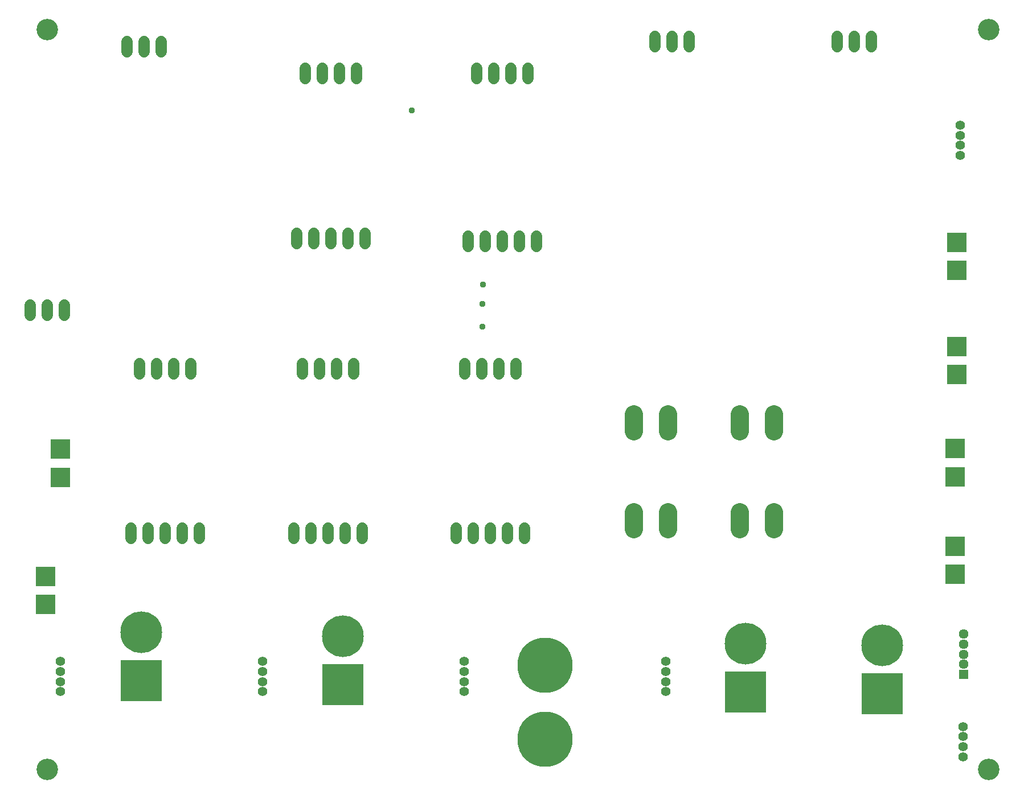
<source format=gbr>
G04 EAGLE Gerber RS-274X export*
G75*
%MOIN*%
%FSLAX34Y34*%
%LPD*%
%INSoldermask Bottom*%
%IPPOS*%
%AMOC8*
5,1,8,0,0,1.08239X$1,22.5*%
G01*
%ADD10C,0.126110*%
%ADD11C,0.068000*%
%ADD12R,0.244220X0.244220*%
%ADD13C,0.244220*%
%ADD14R,0.056740X0.056740*%
%ADD15C,0.056740*%
%ADD16C,0.322961*%
%ADD17C,0.055559*%
%ADD18R,0.114299X0.114299*%
%ADD19C,0.108000*%
%ADD20C,0.037780*%


D10*
X1969Y45276D03*
X57087Y45276D03*
X1969Y1969D03*
X57087Y1969D03*
D11*
X6898Y15487D02*
X6898Y16087D01*
X7898Y16087D02*
X7898Y15487D01*
X8898Y15487D02*
X8898Y16087D01*
X9898Y16087D02*
X9898Y15487D01*
X10898Y15487D02*
X10898Y16087D01*
X16425Y16087D02*
X16425Y15487D01*
X17425Y15487D02*
X17425Y16087D01*
X18425Y16087D02*
X18425Y15487D01*
X19425Y15487D02*
X19425Y16087D01*
X20425Y16087D02*
X20425Y15487D01*
X25913Y15487D02*
X25913Y16087D01*
X26913Y16087D02*
X26913Y15487D01*
X27913Y15487D02*
X27913Y16087D01*
X28913Y16087D02*
X28913Y15487D01*
X29913Y15487D02*
X29913Y16087D01*
X16583Y32771D02*
X16583Y33371D01*
X17583Y33371D02*
X17583Y32771D01*
X18583Y32771D02*
X18583Y33371D01*
X19583Y33371D02*
X19583Y32771D01*
X20583Y32771D02*
X20583Y33371D01*
X26622Y33174D02*
X26622Y32574D01*
X27622Y32574D02*
X27622Y33174D01*
X28622Y33174D02*
X28622Y32574D01*
X29622Y32574D02*
X29622Y33174D01*
X30622Y33174D02*
X30622Y32574D01*
X7398Y25733D02*
X7398Y25133D01*
X8398Y25133D02*
X8398Y25733D01*
X9398Y25733D02*
X9398Y25133D01*
X10398Y25133D02*
X10398Y25733D01*
X16925Y25733D02*
X16925Y25133D01*
X17925Y25133D02*
X17925Y25733D01*
X18925Y25733D02*
X18925Y25133D01*
X19925Y25133D02*
X19925Y25733D01*
X26413Y25733D02*
X26413Y25133D01*
X27413Y25133D02*
X27413Y25733D01*
X28413Y25733D02*
X28413Y25133D01*
X29413Y25133D02*
X29413Y25733D01*
X17083Y42417D02*
X17083Y43017D01*
X18083Y43017D02*
X18083Y42417D01*
X19083Y42417D02*
X19083Y43017D01*
X20083Y43017D02*
X20083Y42417D01*
X27122Y42417D02*
X27122Y43017D01*
X28122Y43017D02*
X28122Y42417D01*
X29122Y42417D02*
X29122Y43017D01*
X30122Y43017D02*
X30122Y42417D01*
D12*
X7480Y7165D03*
D13*
X7480Y10000D03*
D12*
X19291Y6929D03*
D13*
X19291Y9764D03*
D12*
X42835Y6496D03*
D13*
X42835Y9331D03*
D12*
X50837Y6378D03*
D13*
X50837Y9213D03*
D14*
X55630Y7520D03*
D15*
X55630Y8110D03*
X55630Y8701D03*
X55630Y9291D03*
X55630Y9882D03*
D16*
X31102Y3740D03*
X31102Y8071D03*
D17*
X2756Y6514D03*
X2756Y7105D03*
X2756Y7695D03*
X2756Y8286D03*
X14567Y6514D03*
X14567Y7105D03*
X14567Y7695D03*
X14567Y8286D03*
X26378Y6514D03*
X26378Y7105D03*
X26378Y7695D03*
X26378Y8286D03*
D11*
X984Y28550D02*
X984Y29150D01*
X1984Y29150D02*
X1984Y28550D01*
X2984Y28550D02*
X2984Y29150D01*
X37559Y44306D02*
X37559Y44906D01*
X38559Y44906D02*
X38559Y44306D01*
X39559Y44306D02*
X39559Y44906D01*
X6640Y44591D02*
X6640Y43991D01*
X7640Y43991D02*
X7640Y44591D01*
X8640Y44591D02*
X8640Y43991D01*
X48229Y44306D02*
X48229Y44906D01*
X49229Y44906D02*
X49229Y44306D01*
X50229Y44306D02*
X50229Y44906D01*
D18*
X1892Y11614D03*
X1892Y13268D03*
X55126Y13386D03*
X55126Y15039D03*
X55205Y31181D03*
X55205Y32835D03*
X2758Y19055D03*
X2758Y20709D03*
X55126Y19094D03*
X55126Y20748D03*
X55205Y25079D03*
X55205Y26732D03*
D19*
X44533Y17039D02*
X44533Y16039D01*
X36333Y16039D02*
X36333Y17039D01*
X38333Y17039D02*
X38333Y16039D01*
X42533Y16039D02*
X42533Y17039D01*
X44529Y21764D02*
X44529Y22764D01*
X36329Y22764D02*
X36329Y21764D01*
X38329Y21764D02*
X38329Y22764D01*
X42529Y22764D02*
X42529Y21764D01*
D17*
X38189Y6514D03*
X38189Y7105D03*
X38189Y7695D03*
X38189Y8286D03*
X55591Y2697D03*
X55591Y3287D03*
X55591Y3878D03*
X55591Y4469D03*
X55411Y37921D03*
X55411Y38512D03*
X55411Y39102D03*
X55411Y39693D03*
D20*
X23307Y40551D03*
X27441Y27874D03*
X27441Y29213D03*
X27480Y30354D03*
M02*

</source>
